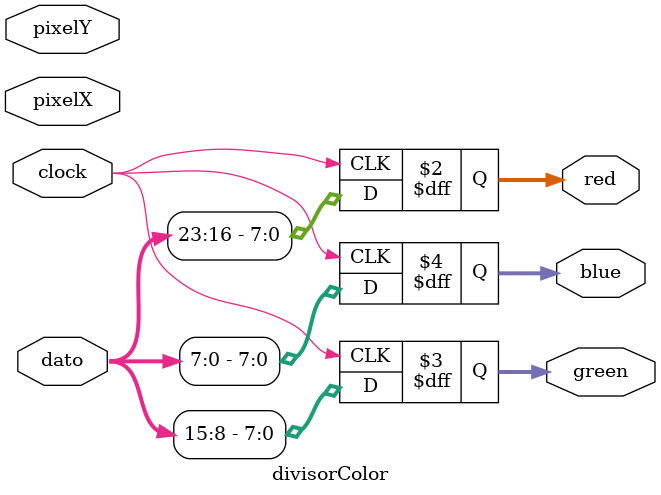
<source format=sv>
module divisorColor(
			input clock,
			input [9:0] pixelX, 
			input [9:0] pixelY,
			input [31:0] dato,
			output logic [7:0] red,
			output logic [7:0] green,
			output logic [7:0] blue				
);

//Se obtienen los rgb de memoria para luego ser asiganados al RGB que sale de la VGA
always @(posedge clock) 
	begin
		red = dato[31:16];
		green <= dato[15:8];
		blue <= dato[7:0];
	end

endmodule
</source>
